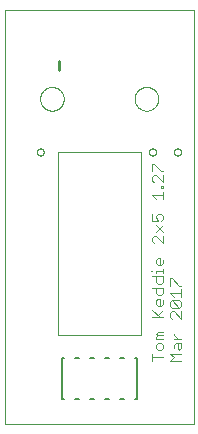
<source format=gto>
G75*
%MOIN*%
%OFA0B0*%
%FSLAX25Y25*%
%IPPOS*%
%LPD*%
%AMOC8*
5,1,8,0,0,1.08239X$1,22.5*
%
%ADD10C,0.00000*%
%ADD11C,0.00400*%
%ADD12C,0.01000*%
%ADD13C,0.00800*%
D10*
X0001000Y0001000D02*
X0001000Y0138795D01*
X0063992Y0138795D01*
X0063992Y0001000D01*
X0001000Y0001000D01*
X0018717Y0030528D02*
X0018717Y0091551D01*
X0046276Y0091551D01*
X0046276Y0030528D01*
X0018717Y0030528D01*
X0011630Y0091551D02*
X0011632Y0091620D01*
X0011638Y0091688D01*
X0011648Y0091756D01*
X0011662Y0091823D01*
X0011680Y0091890D01*
X0011701Y0091955D01*
X0011727Y0092019D01*
X0011756Y0092081D01*
X0011788Y0092141D01*
X0011824Y0092200D01*
X0011864Y0092256D01*
X0011906Y0092310D01*
X0011952Y0092361D01*
X0012001Y0092410D01*
X0012052Y0092456D01*
X0012106Y0092498D01*
X0012162Y0092538D01*
X0012220Y0092574D01*
X0012281Y0092606D01*
X0012343Y0092635D01*
X0012407Y0092661D01*
X0012472Y0092682D01*
X0012539Y0092700D01*
X0012606Y0092714D01*
X0012674Y0092724D01*
X0012742Y0092730D01*
X0012811Y0092732D01*
X0012880Y0092730D01*
X0012948Y0092724D01*
X0013016Y0092714D01*
X0013083Y0092700D01*
X0013150Y0092682D01*
X0013215Y0092661D01*
X0013279Y0092635D01*
X0013341Y0092606D01*
X0013401Y0092574D01*
X0013460Y0092538D01*
X0013516Y0092498D01*
X0013570Y0092456D01*
X0013621Y0092410D01*
X0013670Y0092361D01*
X0013716Y0092310D01*
X0013758Y0092256D01*
X0013798Y0092200D01*
X0013834Y0092141D01*
X0013866Y0092081D01*
X0013895Y0092019D01*
X0013921Y0091955D01*
X0013942Y0091890D01*
X0013960Y0091823D01*
X0013974Y0091756D01*
X0013984Y0091688D01*
X0013990Y0091620D01*
X0013992Y0091551D01*
X0013990Y0091482D01*
X0013984Y0091414D01*
X0013974Y0091346D01*
X0013960Y0091279D01*
X0013942Y0091212D01*
X0013921Y0091147D01*
X0013895Y0091083D01*
X0013866Y0091021D01*
X0013834Y0090960D01*
X0013798Y0090902D01*
X0013758Y0090846D01*
X0013716Y0090792D01*
X0013670Y0090741D01*
X0013621Y0090692D01*
X0013570Y0090646D01*
X0013516Y0090604D01*
X0013460Y0090564D01*
X0013402Y0090528D01*
X0013341Y0090496D01*
X0013279Y0090467D01*
X0013215Y0090441D01*
X0013150Y0090420D01*
X0013083Y0090402D01*
X0013016Y0090388D01*
X0012948Y0090378D01*
X0012880Y0090372D01*
X0012811Y0090370D01*
X0012742Y0090372D01*
X0012674Y0090378D01*
X0012606Y0090388D01*
X0012539Y0090402D01*
X0012472Y0090420D01*
X0012407Y0090441D01*
X0012343Y0090467D01*
X0012281Y0090496D01*
X0012220Y0090528D01*
X0012162Y0090564D01*
X0012106Y0090604D01*
X0012052Y0090646D01*
X0012001Y0090692D01*
X0011952Y0090741D01*
X0011906Y0090792D01*
X0011864Y0090846D01*
X0011824Y0090902D01*
X0011788Y0090960D01*
X0011756Y0091021D01*
X0011727Y0091083D01*
X0011701Y0091147D01*
X0011680Y0091212D01*
X0011662Y0091279D01*
X0011648Y0091346D01*
X0011638Y0091414D01*
X0011632Y0091482D01*
X0011630Y0091551D01*
X0012811Y0109268D02*
X0012813Y0109393D01*
X0012819Y0109518D01*
X0012829Y0109642D01*
X0012843Y0109766D01*
X0012860Y0109890D01*
X0012882Y0110013D01*
X0012908Y0110135D01*
X0012937Y0110257D01*
X0012970Y0110377D01*
X0013008Y0110496D01*
X0013048Y0110615D01*
X0013093Y0110731D01*
X0013141Y0110846D01*
X0013193Y0110960D01*
X0013249Y0111072D01*
X0013308Y0111182D01*
X0013370Y0111290D01*
X0013436Y0111397D01*
X0013505Y0111501D01*
X0013578Y0111602D01*
X0013653Y0111702D01*
X0013732Y0111799D01*
X0013814Y0111893D01*
X0013899Y0111985D01*
X0013986Y0112074D01*
X0014077Y0112160D01*
X0014170Y0112243D01*
X0014266Y0112324D01*
X0014364Y0112401D01*
X0014464Y0112475D01*
X0014567Y0112546D01*
X0014672Y0112613D01*
X0014780Y0112678D01*
X0014889Y0112738D01*
X0015000Y0112796D01*
X0015113Y0112849D01*
X0015227Y0112899D01*
X0015343Y0112946D01*
X0015460Y0112988D01*
X0015579Y0113027D01*
X0015699Y0113063D01*
X0015820Y0113094D01*
X0015942Y0113122D01*
X0016064Y0113145D01*
X0016188Y0113165D01*
X0016312Y0113181D01*
X0016436Y0113193D01*
X0016561Y0113201D01*
X0016686Y0113205D01*
X0016810Y0113205D01*
X0016935Y0113201D01*
X0017060Y0113193D01*
X0017184Y0113181D01*
X0017308Y0113165D01*
X0017432Y0113145D01*
X0017554Y0113122D01*
X0017676Y0113094D01*
X0017797Y0113063D01*
X0017917Y0113027D01*
X0018036Y0112988D01*
X0018153Y0112946D01*
X0018269Y0112899D01*
X0018383Y0112849D01*
X0018496Y0112796D01*
X0018607Y0112738D01*
X0018717Y0112678D01*
X0018824Y0112613D01*
X0018929Y0112546D01*
X0019032Y0112475D01*
X0019132Y0112401D01*
X0019230Y0112324D01*
X0019326Y0112243D01*
X0019419Y0112160D01*
X0019510Y0112074D01*
X0019597Y0111985D01*
X0019682Y0111893D01*
X0019764Y0111799D01*
X0019843Y0111702D01*
X0019918Y0111602D01*
X0019991Y0111501D01*
X0020060Y0111397D01*
X0020126Y0111290D01*
X0020188Y0111182D01*
X0020247Y0111072D01*
X0020303Y0110960D01*
X0020355Y0110846D01*
X0020403Y0110731D01*
X0020448Y0110615D01*
X0020488Y0110496D01*
X0020526Y0110377D01*
X0020559Y0110257D01*
X0020588Y0110135D01*
X0020614Y0110013D01*
X0020636Y0109890D01*
X0020653Y0109766D01*
X0020667Y0109642D01*
X0020677Y0109518D01*
X0020683Y0109393D01*
X0020685Y0109268D01*
X0020683Y0109143D01*
X0020677Y0109018D01*
X0020667Y0108894D01*
X0020653Y0108770D01*
X0020636Y0108646D01*
X0020614Y0108523D01*
X0020588Y0108401D01*
X0020559Y0108279D01*
X0020526Y0108159D01*
X0020488Y0108040D01*
X0020448Y0107921D01*
X0020403Y0107805D01*
X0020355Y0107690D01*
X0020303Y0107576D01*
X0020247Y0107464D01*
X0020188Y0107354D01*
X0020126Y0107246D01*
X0020060Y0107139D01*
X0019991Y0107035D01*
X0019918Y0106934D01*
X0019843Y0106834D01*
X0019764Y0106737D01*
X0019682Y0106643D01*
X0019597Y0106551D01*
X0019510Y0106462D01*
X0019419Y0106376D01*
X0019326Y0106293D01*
X0019230Y0106212D01*
X0019132Y0106135D01*
X0019032Y0106061D01*
X0018929Y0105990D01*
X0018824Y0105923D01*
X0018716Y0105858D01*
X0018607Y0105798D01*
X0018496Y0105740D01*
X0018383Y0105687D01*
X0018269Y0105637D01*
X0018153Y0105590D01*
X0018036Y0105548D01*
X0017917Y0105509D01*
X0017797Y0105473D01*
X0017676Y0105442D01*
X0017554Y0105414D01*
X0017432Y0105391D01*
X0017308Y0105371D01*
X0017184Y0105355D01*
X0017060Y0105343D01*
X0016935Y0105335D01*
X0016810Y0105331D01*
X0016686Y0105331D01*
X0016561Y0105335D01*
X0016436Y0105343D01*
X0016312Y0105355D01*
X0016188Y0105371D01*
X0016064Y0105391D01*
X0015942Y0105414D01*
X0015820Y0105442D01*
X0015699Y0105473D01*
X0015579Y0105509D01*
X0015460Y0105548D01*
X0015343Y0105590D01*
X0015227Y0105637D01*
X0015113Y0105687D01*
X0015000Y0105740D01*
X0014889Y0105798D01*
X0014779Y0105858D01*
X0014672Y0105923D01*
X0014567Y0105990D01*
X0014464Y0106061D01*
X0014364Y0106135D01*
X0014266Y0106212D01*
X0014170Y0106293D01*
X0014077Y0106376D01*
X0013986Y0106462D01*
X0013899Y0106551D01*
X0013814Y0106643D01*
X0013732Y0106737D01*
X0013653Y0106834D01*
X0013578Y0106934D01*
X0013505Y0107035D01*
X0013436Y0107139D01*
X0013370Y0107246D01*
X0013308Y0107354D01*
X0013249Y0107464D01*
X0013193Y0107576D01*
X0013141Y0107690D01*
X0013093Y0107805D01*
X0013048Y0107921D01*
X0013008Y0108040D01*
X0012970Y0108159D01*
X0012937Y0108279D01*
X0012908Y0108401D01*
X0012882Y0108523D01*
X0012860Y0108646D01*
X0012843Y0108770D01*
X0012829Y0108894D01*
X0012819Y0109018D01*
X0012813Y0109143D01*
X0012811Y0109268D01*
X0044307Y0109268D02*
X0044309Y0109393D01*
X0044315Y0109518D01*
X0044325Y0109642D01*
X0044339Y0109766D01*
X0044356Y0109890D01*
X0044378Y0110013D01*
X0044404Y0110135D01*
X0044433Y0110257D01*
X0044466Y0110377D01*
X0044504Y0110496D01*
X0044544Y0110615D01*
X0044589Y0110731D01*
X0044637Y0110846D01*
X0044689Y0110960D01*
X0044745Y0111072D01*
X0044804Y0111182D01*
X0044866Y0111290D01*
X0044932Y0111397D01*
X0045001Y0111501D01*
X0045074Y0111602D01*
X0045149Y0111702D01*
X0045228Y0111799D01*
X0045310Y0111893D01*
X0045395Y0111985D01*
X0045482Y0112074D01*
X0045573Y0112160D01*
X0045666Y0112243D01*
X0045762Y0112324D01*
X0045860Y0112401D01*
X0045960Y0112475D01*
X0046063Y0112546D01*
X0046168Y0112613D01*
X0046276Y0112678D01*
X0046385Y0112738D01*
X0046496Y0112796D01*
X0046609Y0112849D01*
X0046723Y0112899D01*
X0046839Y0112946D01*
X0046956Y0112988D01*
X0047075Y0113027D01*
X0047195Y0113063D01*
X0047316Y0113094D01*
X0047438Y0113122D01*
X0047560Y0113145D01*
X0047684Y0113165D01*
X0047808Y0113181D01*
X0047932Y0113193D01*
X0048057Y0113201D01*
X0048182Y0113205D01*
X0048306Y0113205D01*
X0048431Y0113201D01*
X0048556Y0113193D01*
X0048680Y0113181D01*
X0048804Y0113165D01*
X0048928Y0113145D01*
X0049050Y0113122D01*
X0049172Y0113094D01*
X0049293Y0113063D01*
X0049413Y0113027D01*
X0049532Y0112988D01*
X0049649Y0112946D01*
X0049765Y0112899D01*
X0049879Y0112849D01*
X0049992Y0112796D01*
X0050103Y0112738D01*
X0050213Y0112678D01*
X0050320Y0112613D01*
X0050425Y0112546D01*
X0050528Y0112475D01*
X0050628Y0112401D01*
X0050726Y0112324D01*
X0050822Y0112243D01*
X0050915Y0112160D01*
X0051006Y0112074D01*
X0051093Y0111985D01*
X0051178Y0111893D01*
X0051260Y0111799D01*
X0051339Y0111702D01*
X0051414Y0111602D01*
X0051487Y0111501D01*
X0051556Y0111397D01*
X0051622Y0111290D01*
X0051684Y0111182D01*
X0051743Y0111072D01*
X0051799Y0110960D01*
X0051851Y0110846D01*
X0051899Y0110731D01*
X0051944Y0110615D01*
X0051984Y0110496D01*
X0052022Y0110377D01*
X0052055Y0110257D01*
X0052084Y0110135D01*
X0052110Y0110013D01*
X0052132Y0109890D01*
X0052149Y0109766D01*
X0052163Y0109642D01*
X0052173Y0109518D01*
X0052179Y0109393D01*
X0052181Y0109268D01*
X0052179Y0109143D01*
X0052173Y0109018D01*
X0052163Y0108894D01*
X0052149Y0108770D01*
X0052132Y0108646D01*
X0052110Y0108523D01*
X0052084Y0108401D01*
X0052055Y0108279D01*
X0052022Y0108159D01*
X0051984Y0108040D01*
X0051944Y0107921D01*
X0051899Y0107805D01*
X0051851Y0107690D01*
X0051799Y0107576D01*
X0051743Y0107464D01*
X0051684Y0107354D01*
X0051622Y0107246D01*
X0051556Y0107139D01*
X0051487Y0107035D01*
X0051414Y0106934D01*
X0051339Y0106834D01*
X0051260Y0106737D01*
X0051178Y0106643D01*
X0051093Y0106551D01*
X0051006Y0106462D01*
X0050915Y0106376D01*
X0050822Y0106293D01*
X0050726Y0106212D01*
X0050628Y0106135D01*
X0050528Y0106061D01*
X0050425Y0105990D01*
X0050320Y0105923D01*
X0050212Y0105858D01*
X0050103Y0105798D01*
X0049992Y0105740D01*
X0049879Y0105687D01*
X0049765Y0105637D01*
X0049649Y0105590D01*
X0049532Y0105548D01*
X0049413Y0105509D01*
X0049293Y0105473D01*
X0049172Y0105442D01*
X0049050Y0105414D01*
X0048928Y0105391D01*
X0048804Y0105371D01*
X0048680Y0105355D01*
X0048556Y0105343D01*
X0048431Y0105335D01*
X0048306Y0105331D01*
X0048182Y0105331D01*
X0048057Y0105335D01*
X0047932Y0105343D01*
X0047808Y0105355D01*
X0047684Y0105371D01*
X0047560Y0105391D01*
X0047438Y0105414D01*
X0047316Y0105442D01*
X0047195Y0105473D01*
X0047075Y0105509D01*
X0046956Y0105548D01*
X0046839Y0105590D01*
X0046723Y0105637D01*
X0046609Y0105687D01*
X0046496Y0105740D01*
X0046385Y0105798D01*
X0046275Y0105858D01*
X0046168Y0105923D01*
X0046063Y0105990D01*
X0045960Y0106061D01*
X0045860Y0106135D01*
X0045762Y0106212D01*
X0045666Y0106293D01*
X0045573Y0106376D01*
X0045482Y0106462D01*
X0045395Y0106551D01*
X0045310Y0106643D01*
X0045228Y0106737D01*
X0045149Y0106834D01*
X0045074Y0106934D01*
X0045001Y0107035D01*
X0044932Y0107139D01*
X0044866Y0107246D01*
X0044804Y0107354D01*
X0044745Y0107464D01*
X0044689Y0107576D01*
X0044637Y0107690D01*
X0044589Y0107805D01*
X0044544Y0107921D01*
X0044504Y0108040D01*
X0044466Y0108159D01*
X0044433Y0108279D01*
X0044404Y0108401D01*
X0044378Y0108523D01*
X0044356Y0108646D01*
X0044339Y0108770D01*
X0044325Y0108894D01*
X0044315Y0109018D01*
X0044309Y0109143D01*
X0044307Y0109268D01*
X0049032Y0091551D02*
X0049034Y0091620D01*
X0049040Y0091688D01*
X0049050Y0091756D01*
X0049064Y0091823D01*
X0049082Y0091890D01*
X0049103Y0091955D01*
X0049129Y0092019D01*
X0049158Y0092081D01*
X0049190Y0092141D01*
X0049226Y0092200D01*
X0049266Y0092256D01*
X0049308Y0092310D01*
X0049354Y0092361D01*
X0049403Y0092410D01*
X0049454Y0092456D01*
X0049508Y0092498D01*
X0049564Y0092538D01*
X0049622Y0092574D01*
X0049683Y0092606D01*
X0049745Y0092635D01*
X0049809Y0092661D01*
X0049874Y0092682D01*
X0049941Y0092700D01*
X0050008Y0092714D01*
X0050076Y0092724D01*
X0050144Y0092730D01*
X0050213Y0092732D01*
X0050282Y0092730D01*
X0050350Y0092724D01*
X0050418Y0092714D01*
X0050485Y0092700D01*
X0050552Y0092682D01*
X0050617Y0092661D01*
X0050681Y0092635D01*
X0050743Y0092606D01*
X0050803Y0092574D01*
X0050862Y0092538D01*
X0050918Y0092498D01*
X0050972Y0092456D01*
X0051023Y0092410D01*
X0051072Y0092361D01*
X0051118Y0092310D01*
X0051160Y0092256D01*
X0051200Y0092200D01*
X0051236Y0092141D01*
X0051268Y0092081D01*
X0051297Y0092019D01*
X0051323Y0091955D01*
X0051344Y0091890D01*
X0051362Y0091823D01*
X0051376Y0091756D01*
X0051386Y0091688D01*
X0051392Y0091620D01*
X0051394Y0091551D01*
X0051392Y0091482D01*
X0051386Y0091414D01*
X0051376Y0091346D01*
X0051362Y0091279D01*
X0051344Y0091212D01*
X0051323Y0091147D01*
X0051297Y0091083D01*
X0051268Y0091021D01*
X0051236Y0090960D01*
X0051200Y0090902D01*
X0051160Y0090846D01*
X0051118Y0090792D01*
X0051072Y0090741D01*
X0051023Y0090692D01*
X0050972Y0090646D01*
X0050918Y0090604D01*
X0050862Y0090564D01*
X0050804Y0090528D01*
X0050743Y0090496D01*
X0050681Y0090467D01*
X0050617Y0090441D01*
X0050552Y0090420D01*
X0050485Y0090402D01*
X0050418Y0090388D01*
X0050350Y0090378D01*
X0050282Y0090372D01*
X0050213Y0090370D01*
X0050144Y0090372D01*
X0050076Y0090378D01*
X0050008Y0090388D01*
X0049941Y0090402D01*
X0049874Y0090420D01*
X0049809Y0090441D01*
X0049745Y0090467D01*
X0049683Y0090496D01*
X0049622Y0090528D01*
X0049564Y0090564D01*
X0049508Y0090604D01*
X0049454Y0090646D01*
X0049403Y0090692D01*
X0049354Y0090741D01*
X0049308Y0090792D01*
X0049266Y0090846D01*
X0049226Y0090902D01*
X0049190Y0090960D01*
X0049158Y0091021D01*
X0049129Y0091083D01*
X0049103Y0091147D01*
X0049082Y0091212D01*
X0049064Y0091279D01*
X0049050Y0091346D01*
X0049040Y0091414D01*
X0049034Y0091482D01*
X0049032Y0091551D01*
X0057398Y0091551D02*
X0057400Y0091620D01*
X0057406Y0091688D01*
X0057416Y0091756D01*
X0057430Y0091823D01*
X0057448Y0091890D01*
X0057469Y0091955D01*
X0057495Y0092019D01*
X0057524Y0092081D01*
X0057556Y0092141D01*
X0057592Y0092200D01*
X0057632Y0092256D01*
X0057674Y0092310D01*
X0057720Y0092361D01*
X0057769Y0092410D01*
X0057820Y0092456D01*
X0057874Y0092498D01*
X0057930Y0092538D01*
X0057988Y0092574D01*
X0058049Y0092606D01*
X0058111Y0092635D01*
X0058175Y0092661D01*
X0058240Y0092682D01*
X0058307Y0092700D01*
X0058374Y0092714D01*
X0058442Y0092724D01*
X0058510Y0092730D01*
X0058579Y0092732D01*
X0058648Y0092730D01*
X0058716Y0092724D01*
X0058784Y0092714D01*
X0058851Y0092700D01*
X0058918Y0092682D01*
X0058983Y0092661D01*
X0059047Y0092635D01*
X0059109Y0092606D01*
X0059169Y0092574D01*
X0059228Y0092538D01*
X0059284Y0092498D01*
X0059338Y0092456D01*
X0059389Y0092410D01*
X0059438Y0092361D01*
X0059484Y0092310D01*
X0059526Y0092256D01*
X0059566Y0092200D01*
X0059602Y0092141D01*
X0059634Y0092081D01*
X0059663Y0092019D01*
X0059689Y0091955D01*
X0059710Y0091890D01*
X0059728Y0091823D01*
X0059742Y0091756D01*
X0059752Y0091688D01*
X0059758Y0091620D01*
X0059760Y0091551D01*
X0059758Y0091482D01*
X0059752Y0091414D01*
X0059742Y0091346D01*
X0059728Y0091279D01*
X0059710Y0091212D01*
X0059689Y0091147D01*
X0059663Y0091083D01*
X0059634Y0091021D01*
X0059602Y0090960D01*
X0059566Y0090902D01*
X0059526Y0090846D01*
X0059484Y0090792D01*
X0059438Y0090741D01*
X0059389Y0090692D01*
X0059338Y0090646D01*
X0059284Y0090604D01*
X0059228Y0090564D01*
X0059170Y0090528D01*
X0059109Y0090496D01*
X0059047Y0090467D01*
X0058983Y0090441D01*
X0058918Y0090420D01*
X0058851Y0090402D01*
X0058784Y0090388D01*
X0058716Y0090378D01*
X0058648Y0090372D01*
X0058579Y0090370D01*
X0058510Y0090372D01*
X0058442Y0090378D01*
X0058374Y0090388D01*
X0058307Y0090402D01*
X0058240Y0090420D01*
X0058175Y0090441D01*
X0058111Y0090467D01*
X0058049Y0090496D01*
X0057988Y0090528D01*
X0057930Y0090564D01*
X0057874Y0090604D01*
X0057820Y0090646D01*
X0057769Y0090692D01*
X0057720Y0090741D01*
X0057674Y0090792D01*
X0057632Y0090846D01*
X0057592Y0090902D01*
X0057556Y0090960D01*
X0057524Y0091021D01*
X0057495Y0091083D01*
X0057469Y0091147D01*
X0057448Y0091212D01*
X0057430Y0091279D01*
X0057416Y0091346D01*
X0057406Y0091414D01*
X0057400Y0091482D01*
X0057398Y0091551D01*
D11*
X0053855Y0085097D02*
X0053255Y0085097D01*
X0050853Y0087499D01*
X0050252Y0087499D01*
X0050252Y0085097D01*
X0050853Y0083816D02*
X0050252Y0083215D01*
X0050252Y0082014D01*
X0050853Y0081413D01*
X0050853Y0083816D02*
X0051453Y0083816D01*
X0053855Y0081413D01*
X0053855Y0083816D01*
X0053855Y0080172D02*
X0053255Y0080172D01*
X0053255Y0079572D01*
X0053855Y0079572D01*
X0053855Y0080172D01*
X0053855Y0078291D02*
X0053855Y0075889D01*
X0053855Y0077090D02*
X0050252Y0077090D01*
X0051453Y0075889D01*
X0052054Y0070924D02*
X0051453Y0070324D01*
X0051453Y0069723D01*
X0052054Y0068522D01*
X0050252Y0068522D01*
X0050252Y0070924D01*
X0051453Y0067241D02*
X0053855Y0064839D01*
X0053855Y0063558D02*
X0053855Y0061156D01*
X0051453Y0063558D01*
X0050853Y0063558D01*
X0050252Y0062958D01*
X0050252Y0061757D01*
X0050853Y0061156D01*
X0051453Y0064839D02*
X0053855Y0067241D01*
X0053255Y0068522D02*
X0053855Y0069123D01*
X0053855Y0070324D01*
X0053255Y0070924D01*
X0052054Y0070924D01*
X0052054Y0056192D02*
X0052654Y0056192D01*
X0052654Y0053790D01*
X0052054Y0053790D02*
X0053255Y0053790D01*
X0053855Y0054390D01*
X0053855Y0055591D01*
X0052054Y0056192D02*
X0051453Y0055591D01*
X0051453Y0054390D01*
X0052054Y0053790D01*
X0051453Y0051935D02*
X0053855Y0051935D01*
X0053855Y0052535D02*
X0053855Y0051334D01*
X0053855Y0050053D02*
X0053855Y0048252D01*
X0053255Y0047651D01*
X0052054Y0047651D01*
X0051453Y0048252D01*
X0051453Y0050053D01*
X0051453Y0051334D02*
X0051453Y0051935D01*
X0050252Y0051935D02*
X0049652Y0051935D01*
X0050252Y0050053D02*
X0053855Y0050053D01*
X0053855Y0046370D02*
X0053855Y0044569D01*
X0053255Y0043968D01*
X0052054Y0043968D01*
X0051453Y0044569D01*
X0051453Y0046370D01*
X0050252Y0046370D02*
X0053855Y0046370D01*
X0052654Y0042687D02*
X0052054Y0042687D01*
X0051453Y0042087D01*
X0051453Y0040886D01*
X0052054Y0040285D01*
X0053255Y0040285D01*
X0053855Y0040886D01*
X0053855Y0042087D01*
X0052654Y0042687D02*
X0052654Y0040285D01*
X0053855Y0039004D02*
X0052054Y0037202D01*
X0052654Y0036602D02*
X0050252Y0039004D01*
X0050252Y0036602D02*
X0053855Y0036602D01*
X0056252Y0036589D02*
X0056853Y0035988D01*
X0056252Y0036589D02*
X0056252Y0037790D01*
X0056853Y0038390D01*
X0057453Y0038390D01*
X0059855Y0035988D01*
X0059855Y0038390D01*
X0059255Y0039671D02*
X0056853Y0042073D01*
X0059255Y0042073D01*
X0059855Y0041473D01*
X0059855Y0040272D01*
X0059255Y0039671D01*
X0056853Y0039671D01*
X0056252Y0040272D01*
X0056252Y0041473D01*
X0056853Y0042073D01*
X0057453Y0043354D02*
X0056252Y0044555D01*
X0059855Y0044555D01*
X0059855Y0043354D02*
X0059855Y0045756D01*
X0059855Y0047037D02*
X0059255Y0047037D01*
X0056853Y0049439D01*
X0056252Y0049439D01*
X0056252Y0047037D01*
X0053855Y0031638D02*
X0052054Y0031638D01*
X0051453Y0031037D01*
X0052054Y0030437D01*
X0053855Y0030437D01*
X0053855Y0029236D02*
X0051453Y0029236D01*
X0051453Y0029836D01*
X0052054Y0030437D01*
X0052054Y0027954D02*
X0051453Y0027354D01*
X0051453Y0026153D01*
X0052054Y0025552D01*
X0053255Y0025552D01*
X0053855Y0026153D01*
X0053855Y0027354D01*
X0053255Y0027954D01*
X0052054Y0027954D01*
X0050252Y0024271D02*
X0050252Y0021869D01*
X0050252Y0023070D02*
X0053855Y0023070D01*
X0056252Y0021869D02*
X0057453Y0023070D01*
X0056252Y0024271D01*
X0059855Y0024271D01*
X0059255Y0025552D02*
X0058654Y0026153D01*
X0058654Y0027954D01*
X0058054Y0027954D02*
X0059855Y0027954D01*
X0059855Y0026153D01*
X0059255Y0025552D01*
X0057453Y0027354D02*
X0058054Y0027954D01*
X0057453Y0027354D02*
X0057453Y0026153D01*
X0057453Y0029236D02*
X0059855Y0029236D01*
X0058654Y0029236D02*
X0057453Y0030437D01*
X0057453Y0031037D01*
X0056252Y0021869D02*
X0059855Y0021869D01*
D12*
X0019098Y0119028D02*
X0019098Y0122028D01*
D13*
X0019996Y0022750D02*
X0020596Y0022750D01*
X0019996Y0022750D02*
X0019996Y0009250D01*
X0020596Y0009250D01*
X0024396Y0009250D02*
X0025596Y0009250D01*
X0029396Y0009250D02*
X0030596Y0009250D01*
X0034396Y0009250D02*
X0035596Y0009250D01*
X0039396Y0009250D02*
X0040596Y0009250D01*
X0044396Y0009250D02*
X0044996Y0009250D01*
X0044996Y0022750D01*
X0044396Y0022750D01*
X0040596Y0022750D02*
X0039396Y0022750D01*
X0035596Y0022750D02*
X0034396Y0022750D01*
X0030596Y0022750D02*
X0029396Y0022750D01*
X0025596Y0022750D02*
X0024396Y0022750D01*
M02*

</source>
